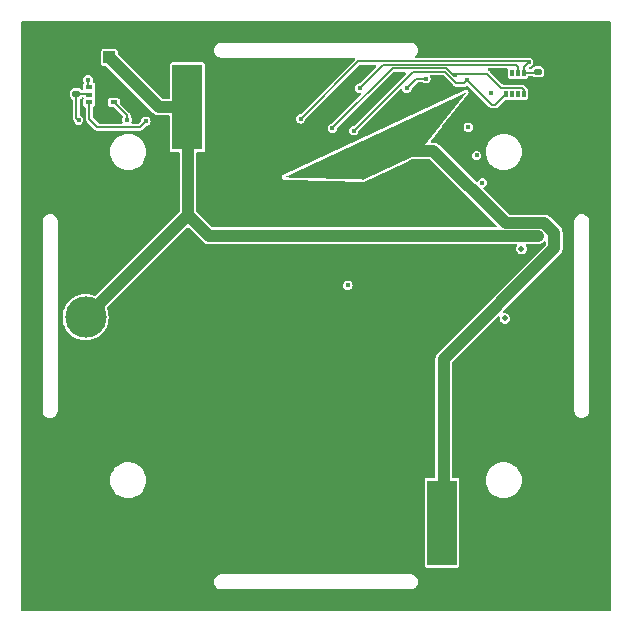
<source format=gtl>
G04 #@! TF.GenerationSoftware,KiCad,Pcbnew,7.0.2*
G04 #@! TF.CreationDate,2023-07-30T22:18:18-04:00*
G04 #@! TF.ProjectId,TopExternalFaceRev1,546f7045-7874-4657-926e-616c46616365,rev?*
G04 #@! TF.SameCoordinates,Original*
G04 #@! TF.FileFunction,Copper,L1,Top*
G04 #@! TF.FilePolarity,Positive*
%FSLAX46Y46*%
G04 Gerber Fmt 4.6, Leading zero omitted, Abs format (unit mm)*
G04 Created by KiCad (PCBNEW 7.0.2) date 2023-07-30 22:18:18*
%MOMM*%
%LPD*%
G01*
G04 APERTURE LIST*
G04 Aperture macros list*
%AMRoundRect*
0 Rectangle with rounded corners*
0 $1 Rounding radius*
0 $2 $3 $4 $5 $6 $7 $8 $9 X,Y pos of 4 corners*
0 Add a 4 corners polygon primitive as box body*
4,1,4,$2,$3,$4,$5,$6,$7,$8,$9,$2,$3,0*
0 Add four circle primitives for the rounded corners*
1,1,$1+$1,$2,$3*
1,1,$1+$1,$4,$5*
1,1,$1+$1,$6,$7*
1,1,$1+$1,$8,$9*
0 Add four rect primitives between the rounded corners*
20,1,$1+$1,$2,$3,$4,$5,0*
20,1,$1+$1,$4,$5,$6,$7,0*
20,1,$1+$1,$6,$7,$8,$9,0*
20,1,$1+$1,$8,$9,$2,$3,0*%
%AMOutline4P*
0 Free polygon, 4 corners , with rotation*
0 The origin of the aperture is its center*
0 number of corners: always 4*
0 $1 to $8 corner X, Y*
0 $9 Rotation angle, in degrees counterclockwise*
0 create outline with 4 corners*
4,1,4,$1,$2,$3,$4,$5,$6,$7,$8,$1,$2,$9*%
G04 Aperture macros list end*
G04 #@! TA.AperFunction,SMDPad,CuDef*
%ADD10C,3.500000*%
G04 #@! TD*
G04 #@! TA.AperFunction,SMDPad,CuDef*
%ADD11R,1.000000X1.000000*%
G04 #@! TD*
G04 #@! TA.AperFunction,SMDPad,CuDef*
%ADD12RoundRect,0.140000X0.170000X-0.140000X0.170000X0.140000X-0.170000X0.140000X-0.170000X-0.140000X0*%
G04 #@! TD*
G04 #@! TA.AperFunction,SMDPad,CuDef*
%ADD13RoundRect,0.140000X-0.170000X0.140000X-0.170000X-0.140000X0.170000X-0.140000X0.170000X0.140000X0*%
G04 #@! TD*
G04 #@! TA.AperFunction,SMDPad,CuDef*
%ADD14R,0.300000X0.620000*%
G04 #@! TD*
G04 #@! TA.AperFunction,SMDPad,CuDef*
%ADD15Outline4P,-8.500000X-1.500000X8.500000X-1.500000X2.500000X1.500000X-2.500000X1.500000X25.000000*%
G04 #@! TD*
G04 #@! TA.AperFunction,SMDPad,CuDef*
%ADD16R,2.530000X7.220000*%
G04 #@! TD*
G04 #@! TA.AperFunction,SMDPad,CuDef*
%ADD17Outline4P,-8.500000X-1.500000X8.500000X-1.500000X2.500000X1.500000X-2.500000X1.500000X205.000000*%
G04 #@! TD*
G04 #@! TA.AperFunction,SMDPad,CuDef*
%ADD18R,0.600000X0.350000*%
G04 #@! TD*
G04 #@! TA.AperFunction,SMDPad,CuDef*
%ADD19R,1.100000X1.700000*%
G04 #@! TD*
G04 #@! TA.AperFunction,ViaPad*
%ADD20C,0.600000*%
G04 #@! TD*
G04 #@! TA.AperFunction,ViaPad*
%ADD21C,0.400000*%
G04 #@! TD*
G04 #@! TA.AperFunction,ViaPad*
%ADD22C,0.500000*%
G04 #@! TD*
G04 #@! TA.AperFunction,Conductor*
%ADD23C,1.000000*%
G04 #@! TD*
G04 #@! TA.AperFunction,Conductor*
%ADD24C,0.200000*%
G04 #@! TD*
G04 APERTURE END LIST*
D10*
X144500000Y-125100000D03*
X105500000Y-125100000D03*
D11*
X107500000Y-103100000D03*
D12*
X143800000Y-105280000D03*
X143800000Y-104320000D03*
D13*
X104700000Y-105220000D03*
X104700000Y-106180000D03*
D14*
X142600000Y-104380000D03*
X142100000Y-104380000D03*
X141600000Y-104380000D03*
X141100000Y-104380000D03*
X141100000Y-106200000D03*
X141600000Y-106200000D03*
X142100000Y-106200000D03*
X142600000Y-106200000D03*
D15*
X119150500Y-138792003D03*
D16*
X135675500Y-142484003D03*
D17*
X130649500Y-111007997D03*
D16*
X114124500Y-107315997D03*
D18*
X107900000Y-106900000D03*
X107900000Y-106250000D03*
X107900000Y-105600000D03*
X105800000Y-105600000D03*
X105800000Y-106250000D03*
X105800000Y-106900000D03*
D19*
X106850000Y-106250000D03*
D20*
X131200000Y-107700000D03*
X144500000Y-127600000D03*
X109200000Y-106500000D03*
X119600000Y-109500000D03*
X109600000Y-115400000D03*
X122600000Y-122400000D03*
X122600000Y-127800000D03*
X114200000Y-103000000D03*
X147000000Y-147000000D03*
X128000000Y-127800000D03*
X147000000Y-103000000D03*
X148900000Y-108900000D03*
X103000000Y-147000000D03*
X127200000Y-123000000D03*
X113500000Y-147000000D03*
X103000000Y-103000000D03*
X146000000Y-122200000D03*
X144300000Y-109200000D03*
X143800000Y-118200000D03*
D21*
X139800000Y-106089500D03*
D22*
X141000000Y-125200000D03*
D21*
X104900000Y-108400000D03*
X143000000Y-103500000D03*
X123700000Y-108300000D03*
X138600000Y-111400000D03*
X127700000Y-122400000D03*
X139100000Y-113700000D03*
X132700000Y-105700000D03*
X134300000Y-104900000D03*
X137800000Y-105000000D03*
X128200000Y-109300000D03*
X109000000Y-108400000D03*
X128700000Y-105700000D03*
X105700000Y-105000000D03*
X126400000Y-109100000D03*
X110600000Y-108500000D03*
X136775419Y-104624581D03*
X137900000Y-109000000D03*
D22*
X142400000Y-119300000D03*
D23*
X114157000Y-116443000D02*
X114157000Y-107348497D01*
X114157000Y-116443000D02*
X115914000Y-118200000D01*
X114124500Y-107315997D02*
X111715997Y-107315997D01*
X105500000Y-125100000D02*
X114157000Y-116443000D01*
X111715997Y-107315997D02*
X107500000Y-103100000D01*
X115914000Y-118200000D02*
X143800000Y-118200000D01*
X114157000Y-107348497D02*
X114124500Y-107315997D01*
D24*
X104900000Y-108400000D02*
X104700000Y-108200000D01*
X142600000Y-104380000D02*
X143740000Y-104380000D01*
X142931497Y-103431497D02*
X128568503Y-103431497D01*
X142600000Y-103900000D02*
X143000000Y-103500000D01*
X128568503Y-103431497D02*
X123700000Y-108300000D01*
X104700000Y-106180000D02*
X105730000Y-106180000D01*
X104700000Y-108200000D02*
X104700000Y-106180000D01*
X142600000Y-104380000D02*
X142600000Y-103900000D01*
X105730000Y-106180000D02*
X105800000Y-106250000D01*
X143000000Y-103500000D02*
X142931497Y-103431497D01*
X143740000Y-104380000D02*
X143800000Y-104320000D01*
X133500000Y-104900000D02*
X132700000Y-105700000D01*
X134300000Y-104900000D02*
X133500000Y-104900000D01*
X140200000Y-107100000D02*
X139900000Y-107100000D01*
X109000000Y-108400000D02*
X109000000Y-108000000D01*
X136900000Y-105300000D02*
X135900000Y-104300000D01*
X133200000Y-104300000D02*
X128200000Y-109300000D01*
X109000000Y-108000000D02*
X107900000Y-106900000D01*
X135900000Y-104300000D02*
X133200000Y-104300000D01*
X137500000Y-105300000D02*
X136900000Y-105300000D01*
X139900000Y-107100000D02*
X137800000Y-105000000D01*
X141100000Y-106200000D02*
X140200000Y-107100000D01*
X137800000Y-105000000D02*
X137500000Y-105300000D01*
X142100000Y-104380000D02*
X142100000Y-103870000D01*
X105700000Y-105000000D02*
X105700000Y-105500000D01*
X141950998Y-103720998D02*
X130679002Y-103720998D01*
X105700000Y-105500000D02*
X105800000Y-105600000D01*
X130679002Y-103720998D02*
X128700000Y-105700000D01*
X142100000Y-103870000D02*
X141950998Y-103720998D01*
X126400000Y-109100000D02*
X131489501Y-104010499D01*
X106500000Y-109000000D02*
X110100000Y-109000000D01*
X142440000Y-105700000D02*
X140700000Y-105700000D01*
X142600000Y-105860000D02*
X142440000Y-105700000D01*
X140700000Y-105700000D02*
X139500000Y-104500000D01*
X136633997Y-104624581D02*
X136775419Y-104624581D01*
X136900000Y-104500000D02*
X136775419Y-104624581D01*
X105800000Y-108300000D02*
X105800000Y-106900000D01*
X106500000Y-109000000D02*
X105800000Y-108300000D01*
X131489501Y-104010499D02*
X136019915Y-104010499D01*
X142600000Y-106200000D02*
X142600000Y-105860000D01*
X139500000Y-104500000D02*
X136900000Y-104500000D01*
X136019915Y-104010499D02*
X136633997Y-104624581D01*
X110100000Y-109000000D02*
X110600000Y-108500000D01*
D23*
X134948784Y-111007997D02*
X130649500Y-111007997D01*
X141051286Y-117110499D02*
X134948784Y-111007997D01*
D24*
X132750000Y-109000000D02*
X132650000Y-109100000D01*
D23*
X144351286Y-117110499D02*
X145189501Y-117948714D01*
D24*
X134000000Y-109000000D02*
X132750000Y-109000000D01*
D23*
X145189501Y-119251286D02*
X135821500Y-128619287D01*
X135821500Y-128619287D02*
X135821500Y-140300000D01*
X145189501Y-117948714D02*
X145189501Y-119251286D01*
X141051286Y-117110499D02*
X144351286Y-117110499D01*
G04 #@! TA.AperFunction,Conductor*
G36*
X149933691Y-100044407D02*
G01*
X149969655Y-100093907D01*
X149974500Y-100124500D01*
X149974500Y-149875500D01*
X149955593Y-149933691D01*
X149906093Y-149969655D01*
X149875500Y-149974500D01*
X100124500Y-149974500D01*
X100066309Y-149955593D01*
X100030345Y-149906093D01*
X100025500Y-149875500D01*
X100025500Y-147500000D01*
X116369905Y-147500000D01*
X116388214Y-147650788D01*
X116442079Y-147792820D01*
X116497703Y-147873405D01*
X116528368Y-147917830D01*
X116642066Y-148018557D01*
X116642068Y-148018558D01*
X116748656Y-148074500D01*
X116776566Y-148089148D01*
X116924051Y-148125500D01*
X133075949Y-148125500D01*
X133223434Y-148089148D01*
X133357934Y-148018557D01*
X133471632Y-147917830D01*
X133557921Y-147792819D01*
X133611785Y-147650791D01*
X133630094Y-147500000D01*
X133611785Y-147349209D01*
X133557921Y-147207181D01*
X133471632Y-147082170D01*
X133357934Y-146981443D01*
X133357932Y-146981442D01*
X133357931Y-146981441D01*
X133223435Y-146910852D01*
X133075949Y-146874500D01*
X133005072Y-146874500D01*
X125005072Y-146874500D01*
X117008285Y-146874500D01*
X117000000Y-146874500D01*
X116924051Y-146874500D01*
X116776564Y-146910852D01*
X116642068Y-146981441D01*
X116528367Y-147082171D01*
X116442079Y-147207179D01*
X116388214Y-147349211D01*
X116369905Y-147500000D01*
X100025500Y-147500000D01*
X100025500Y-138900000D01*
X107569783Y-138900000D01*
X107588623Y-139139379D01*
X107644677Y-139372863D01*
X107736567Y-139594704D01*
X107862028Y-139799439D01*
X107862029Y-139799441D01*
X107862031Y-139799443D01*
X108017972Y-139982027D01*
X108196381Y-140134402D01*
X108200561Y-140137972D01*
X108405296Y-140263433D01*
X108627137Y-140355323D01*
X108860621Y-140411377D01*
X109100000Y-140430217D01*
X109339379Y-140411377D01*
X109572863Y-140355323D01*
X109794704Y-140263433D01*
X109999439Y-140137972D01*
X110182027Y-139982027D01*
X110337972Y-139799439D01*
X110463433Y-139594704D01*
X110555323Y-139372863D01*
X110611377Y-139139379D01*
X110630217Y-138900000D01*
X110611377Y-138660621D01*
X110555323Y-138427137D01*
X110463433Y-138205296D01*
X110337972Y-138000561D01*
X110337968Y-138000556D01*
X110182027Y-137817972D01*
X109999443Y-137662031D01*
X109999441Y-137662029D01*
X109999439Y-137662028D01*
X109794704Y-137536567D01*
X109794702Y-137536566D01*
X109572864Y-137444677D01*
X109456120Y-137416649D01*
X109339379Y-137388623D01*
X109100000Y-137369783D01*
X109099999Y-137369783D01*
X108860621Y-137388623D01*
X108627135Y-137444677D01*
X108405297Y-137536566D01*
X108200556Y-137662031D01*
X108017972Y-137817972D01*
X107862031Y-138000556D01*
X107736566Y-138205297D01*
X107644677Y-138427135D01*
X107644677Y-138427137D01*
X107588623Y-138660621D01*
X107569783Y-138900000D01*
X100025500Y-138900000D01*
X100025500Y-125014616D01*
X101874499Y-125014616D01*
X101874500Y-125014621D01*
X101874500Y-133075949D01*
X101910852Y-133223435D01*
X101933708Y-133266983D01*
X101981443Y-133357934D01*
X102082170Y-133471632D01*
X102162756Y-133527256D01*
X102207179Y-133557920D01*
X102207180Y-133557920D01*
X102207181Y-133557921D01*
X102349209Y-133611785D01*
X102500000Y-133630094D01*
X102650791Y-133611785D01*
X102792819Y-133557921D01*
X102917830Y-133471632D01*
X103018557Y-133357934D01*
X103089148Y-133223434D01*
X103125500Y-133075949D01*
X103125500Y-133000000D01*
X103125500Y-132991715D01*
X103125500Y-125100000D01*
X103544518Y-125100000D01*
X103564422Y-125378299D01*
X103623728Y-125650919D01*
X103721230Y-125912337D01*
X103854943Y-126157212D01*
X103854944Y-126157213D01*
X104022145Y-126380568D01*
X104219432Y-126577855D01*
X104219435Y-126577857D01*
X104442787Y-126745056D01*
X104687662Y-126878769D01*
X104753016Y-126903144D01*
X104949077Y-126976271D01*
X105134826Y-127016678D01*
X105221700Y-127035577D01*
X105221702Y-127035577D01*
X105221706Y-127035578D01*
X105500000Y-127055482D01*
X105778294Y-127035578D01*
X106050923Y-126976271D01*
X106312337Y-126878769D01*
X106557213Y-126745056D01*
X106780568Y-126577855D01*
X106977855Y-126380568D01*
X107145056Y-126157213D01*
X107278769Y-125912337D01*
X107376271Y-125650923D01*
X107435578Y-125378294D01*
X107455482Y-125100000D01*
X107435578Y-124821706D01*
X107419870Y-124749500D01*
X107397426Y-124646324D01*
X107376271Y-124549077D01*
X107307582Y-124364918D01*
X107304963Y-124303790D01*
X107330335Y-124260320D01*
X109190655Y-122400000D01*
X127294507Y-122400000D01*
X127314353Y-122525302D01*
X127314353Y-122525303D01*
X127314354Y-122525304D01*
X127371950Y-122638342D01*
X127461658Y-122728050D01*
X127574696Y-122785646D01*
X127700000Y-122805492D01*
X127825304Y-122785646D01*
X127938342Y-122728050D01*
X128028050Y-122638342D01*
X128085646Y-122525304D01*
X128105492Y-122400000D01*
X128085646Y-122274696D01*
X128028050Y-122161658D01*
X127938342Y-122071950D01*
X127825304Y-122014354D01*
X127825303Y-122014353D01*
X127825302Y-122014353D01*
X127700000Y-121994507D01*
X127574697Y-122014353D01*
X127461659Y-122071949D01*
X127371949Y-122161659D01*
X127314353Y-122274697D01*
X127294507Y-122400000D01*
X109190655Y-122400000D01*
X114086999Y-117503657D01*
X114141512Y-117475883D01*
X114201944Y-117485454D01*
X114227003Y-117503660D01*
X115401597Y-118678254D01*
X115405695Y-118682609D01*
X115446069Y-118728182D01*
X115496191Y-118762779D01*
X115501007Y-118766323D01*
X115532393Y-118790912D01*
X115548943Y-118803878D01*
X115560252Y-118808967D01*
X115575855Y-118817767D01*
X115586070Y-118824818D01*
X115643018Y-118846415D01*
X115648530Y-118848698D01*
X115704068Y-118873694D01*
X115716272Y-118875930D01*
X115733532Y-118880742D01*
X115745128Y-118885140D01*
X115805605Y-118892483D01*
X115811470Y-118893375D01*
X115871394Y-118904357D01*
X115871394Y-118904356D01*
X115871395Y-118904357D01*
X115908059Y-118902139D01*
X115932167Y-118900680D01*
X115938144Y-118900500D01*
X141933292Y-118900500D01*
X141991483Y-118919407D01*
X142027447Y-118968907D01*
X142027447Y-119030093D01*
X142021645Y-119040356D01*
X142023030Y-119040989D01*
X141963302Y-119171772D01*
X141944866Y-119300000D01*
X141963302Y-119428227D01*
X142017116Y-119546062D01*
X142078013Y-119616341D01*
X142101951Y-119643967D01*
X142210931Y-119714004D01*
X142335228Y-119750500D01*
X142464772Y-119750500D01*
X142589069Y-119714004D01*
X142698049Y-119643967D01*
X142782882Y-119546063D01*
X142782881Y-119546063D01*
X142782883Y-119546062D01*
X142836697Y-119428227D01*
X142855133Y-119300000D01*
X142836697Y-119171772D01*
X142776970Y-119040989D01*
X142781208Y-119039053D01*
X142768077Y-119008043D01*
X142781893Y-118948438D01*
X142828104Y-118908337D01*
X142866708Y-118900500D01*
X143839385Y-118900500D01*
X143842372Y-118900500D01*
X143968872Y-118885140D01*
X144127930Y-118824818D01*
X144267929Y-118728183D01*
X144315899Y-118674034D01*
X144368638Y-118643017D01*
X144429538Y-118648922D01*
X144475336Y-118689496D01*
X144489001Y-118739685D01*
X144489001Y-118920120D01*
X144470094Y-118978311D01*
X144460005Y-118990124D01*
X135343243Y-128106885D01*
X135338890Y-128110982D01*
X135293318Y-128151357D01*
X135258723Y-128201474D01*
X135255182Y-128206286D01*
X135217621Y-128254231D01*
X135212529Y-128265544D01*
X135203730Y-128281144D01*
X135196682Y-128291354D01*
X135175093Y-128348280D01*
X135172806Y-128353802D01*
X135147805Y-128409354D01*
X135145567Y-128421566D01*
X135140758Y-128438818D01*
X135136360Y-128450416D01*
X135129021Y-128510849D01*
X135128122Y-128516756D01*
X135117141Y-128576682D01*
X135120819Y-128637463D01*
X135121000Y-128643441D01*
X135121000Y-138574503D01*
X135102093Y-138632694D01*
X135052593Y-138668658D01*
X135022000Y-138673503D01*
X134390752Y-138673503D01*
X134361510Y-138679319D01*
X134332268Y-138685136D01*
X134265947Y-138729450D01*
X134221633Y-138795771D01*
X134209999Y-138854256D01*
X134209999Y-146113749D01*
X134221633Y-146172234D01*
X134265947Y-146238555D01*
X134310262Y-146268165D01*
X134332269Y-146282870D01*
X134390752Y-146294503D01*
X134390753Y-146294503D01*
X136960247Y-146294503D01*
X136960248Y-146294503D01*
X137018731Y-146282870D01*
X137085052Y-146238555D01*
X137129367Y-146172234D01*
X137141000Y-146113751D01*
X137141000Y-138900000D01*
X139369783Y-138900000D01*
X139388623Y-139139379D01*
X139444677Y-139372863D01*
X139536567Y-139594704D01*
X139662028Y-139799439D01*
X139662029Y-139799441D01*
X139662031Y-139799443D01*
X139817972Y-139982027D01*
X139996381Y-140134402D01*
X140000561Y-140137972D01*
X140205296Y-140263433D01*
X140427137Y-140355323D01*
X140660621Y-140411377D01*
X140900000Y-140430217D01*
X141139379Y-140411377D01*
X141372863Y-140355323D01*
X141594704Y-140263433D01*
X141799439Y-140137972D01*
X141982027Y-139982027D01*
X142137972Y-139799439D01*
X142263433Y-139594704D01*
X142355323Y-139372863D01*
X142411377Y-139139379D01*
X142430217Y-138900000D01*
X142411377Y-138660621D01*
X142355323Y-138427137D01*
X142263433Y-138205296D01*
X142137972Y-138000561D01*
X142137968Y-138000556D01*
X141982027Y-137817972D01*
X141799443Y-137662031D01*
X141799441Y-137662029D01*
X141799439Y-137662028D01*
X141594704Y-137536567D01*
X141594702Y-137536566D01*
X141372864Y-137444677D01*
X141256121Y-137416649D01*
X141139379Y-137388623D01*
X140900000Y-137369783D01*
X140899999Y-137369783D01*
X140660621Y-137388623D01*
X140427135Y-137444677D01*
X140205297Y-137536566D01*
X140000556Y-137662031D01*
X139817972Y-137817972D01*
X139662031Y-138000556D01*
X139536566Y-138205297D01*
X139444677Y-138427135D01*
X139444677Y-138427137D01*
X139388623Y-138660621D01*
X139369783Y-138900000D01*
X137141000Y-138900000D01*
X137141000Y-138854255D01*
X137129367Y-138795772D01*
X137114662Y-138773765D01*
X137085052Y-138729450D01*
X137018731Y-138685136D01*
X136960248Y-138673503D01*
X136960247Y-138673503D01*
X136621000Y-138673503D01*
X136562809Y-138654596D01*
X136526845Y-138605096D01*
X136522000Y-138574503D01*
X136522000Y-133075949D01*
X146874500Y-133075949D01*
X146910852Y-133223435D01*
X146933708Y-133266983D01*
X146981443Y-133357934D01*
X147082170Y-133471632D01*
X147162756Y-133527256D01*
X147207179Y-133557920D01*
X147207180Y-133557920D01*
X147207181Y-133557921D01*
X147349209Y-133611785D01*
X147500000Y-133630094D01*
X147650791Y-133611785D01*
X147792819Y-133557921D01*
X147917830Y-133471632D01*
X148018557Y-133357934D01*
X148089148Y-133223434D01*
X148125500Y-133075949D01*
X148125500Y-133000000D01*
X148125500Y-132991715D01*
X148125500Y-124994928D01*
X148125500Y-124994927D01*
X148125500Y-116994928D01*
X148125500Y-116924051D01*
X148089148Y-116776566D01*
X148018557Y-116642066D01*
X147917830Y-116528368D01*
X147866195Y-116492727D01*
X147792820Y-116442079D01*
X147650788Y-116388214D01*
X147500000Y-116369905D01*
X147349211Y-116388214D01*
X147207179Y-116442079D01*
X147082171Y-116528367D01*
X146981441Y-116642068D01*
X146910852Y-116776564D01*
X146874500Y-116924050D01*
X146874500Y-133075949D01*
X136522000Y-133075949D01*
X136522000Y-128950451D01*
X136540907Y-128892260D01*
X136550990Y-128880453D01*
X140387172Y-125044271D01*
X140441686Y-125016496D01*
X140502118Y-125026067D01*
X140545383Y-125069332D01*
X140555166Y-125128365D01*
X140544867Y-125200000D01*
X140563302Y-125328227D01*
X140617116Y-125446062D01*
X140701949Y-125543965D01*
X140701951Y-125543967D01*
X140810931Y-125614004D01*
X140935228Y-125650500D01*
X141064772Y-125650500D01*
X141189069Y-125614004D01*
X141298049Y-125543967D01*
X141382882Y-125446063D01*
X141382881Y-125446063D01*
X141382883Y-125446062D01*
X141436697Y-125328227D01*
X141455133Y-125200000D01*
X141436697Y-125071772D01*
X141382883Y-124953937D01*
X141298050Y-124856034D01*
X141298049Y-124856033D01*
X141243559Y-124821014D01*
X141189068Y-124785995D01*
X141064772Y-124749500D01*
X140935228Y-124749500D01*
X140920994Y-124749500D01*
X140920994Y-124744758D01*
X140886380Y-124743291D01*
X140838448Y-124705263D01*
X140822022Y-124646324D01*
X140843377Y-124588986D01*
X140850916Y-124580527D01*
X145667779Y-119763663D01*
X145672081Y-119759614D01*
X145717684Y-119719215D01*
X145752279Y-119669093D01*
X145755821Y-119664281D01*
X145793379Y-119616343D01*
X145798467Y-119605035D01*
X145807269Y-119589427D01*
X145814319Y-119579216D01*
X145835918Y-119522260D01*
X145838186Y-119516785D01*
X145863196Y-119461218D01*
X145865434Y-119449000D01*
X145870241Y-119431758D01*
X145874641Y-119420158D01*
X145881980Y-119359705D01*
X145882876Y-119353820D01*
X145893859Y-119293892D01*
X145890182Y-119233108D01*
X145890001Y-119227130D01*
X145890001Y-117972868D01*
X145890182Y-117966890D01*
X145893859Y-117906109D01*
X145893859Y-117906108D01*
X145882874Y-117846168D01*
X145881982Y-117840303D01*
X145874641Y-117779842D01*
X145870241Y-117768242D01*
X145865432Y-117750987D01*
X145863196Y-117738783D01*
X145863196Y-117738782D01*
X145838190Y-117683221D01*
X145835912Y-117677721D01*
X145814319Y-117620785D01*
X145814319Y-117620784D01*
X145807271Y-117610573D01*
X145798468Y-117594965D01*
X145793379Y-117583657D01*
X145755824Y-117535721D01*
X145752280Y-117530905D01*
X145717683Y-117480783D01*
X145672110Y-117440409D01*
X145667755Y-117436311D01*
X144863687Y-116632243D01*
X144859588Y-116627888D01*
X144851746Y-116619036D01*
X144819215Y-116582316D01*
X144769085Y-116547713D01*
X144764277Y-116544175D01*
X144716342Y-116506620D01*
X144705032Y-116501530D01*
X144689424Y-116492727D01*
X144679217Y-116485681D01*
X144661505Y-116478964D01*
X144622260Y-116464080D01*
X144616767Y-116461804D01*
X144561218Y-116436804D01*
X144549007Y-116434566D01*
X144531751Y-116429755D01*
X144520159Y-116425359D01*
X144459723Y-116418020D01*
X144453815Y-116417121D01*
X144393890Y-116406140D01*
X144333109Y-116409818D01*
X144327131Y-116409999D01*
X141382451Y-116409999D01*
X141324260Y-116391092D01*
X141312447Y-116381003D01*
X139182948Y-114251504D01*
X139155171Y-114196987D01*
X139164742Y-114136555D01*
X139208007Y-114093290D01*
X139214333Y-114091235D01*
X139225301Y-114085646D01*
X139225304Y-114085646D01*
X139338342Y-114028050D01*
X139428050Y-113938342D01*
X139485646Y-113825304D01*
X139505492Y-113700000D01*
X139485646Y-113574696D01*
X139428050Y-113461658D01*
X139338342Y-113371950D01*
X139225304Y-113314354D01*
X139225303Y-113314353D01*
X139225302Y-113314353D01*
X139100000Y-113294507D01*
X138974697Y-113314353D01*
X138861659Y-113371949D01*
X138771949Y-113461659D01*
X138707236Y-113588667D01*
X138703845Y-113586939D01*
X138688495Y-113617058D01*
X138633975Y-113644830D01*
X138573544Y-113635252D01*
X138548495Y-113617051D01*
X136331444Y-111400000D01*
X138194507Y-111400000D01*
X138214353Y-111525302D01*
X138214353Y-111525303D01*
X138214354Y-111525304D01*
X138271950Y-111638342D01*
X138361658Y-111728050D01*
X138474696Y-111785646D01*
X138600000Y-111805492D01*
X138725304Y-111785646D01*
X138838342Y-111728050D01*
X138928050Y-111638342D01*
X138985646Y-111525304D01*
X139005492Y-111400000D01*
X138985646Y-111274696D01*
X138928050Y-111161658D01*
X138866392Y-111100000D01*
X139369783Y-111100000D01*
X139373357Y-111145404D01*
X139388623Y-111339378D01*
X139444677Y-111572864D01*
X139504701Y-111717773D01*
X139536567Y-111794704D01*
X139662028Y-111999439D01*
X139662029Y-111999441D01*
X139662031Y-111999443D01*
X139817972Y-112182027D01*
X139996381Y-112334402D01*
X140000561Y-112337972D01*
X140205296Y-112463433D01*
X140427137Y-112555323D01*
X140660621Y-112611377D01*
X140900000Y-112630217D01*
X141139379Y-112611377D01*
X141372863Y-112555323D01*
X141594704Y-112463433D01*
X141799439Y-112337972D01*
X141982027Y-112182027D01*
X142137972Y-111999439D01*
X142263433Y-111794704D01*
X142355323Y-111572863D01*
X142411377Y-111339379D01*
X142430217Y-111100000D01*
X142411377Y-110860621D01*
X142355323Y-110627137D01*
X142263433Y-110405296D01*
X142137972Y-110200561D01*
X142137968Y-110200556D01*
X141982027Y-110017972D01*
X141799443Y-109862031D01*
X141799441Y-109862029D01*
X141799439Y-109862028D01*
X141594704Y-109736567D01*
X141519683Y-109705492D01*
X141372864Y-109644677D01*
X141256121Y-109616650D01*
X141139379Y-109588623D01*
X140900000Y-109569783D01*
X140899999Y-109569783D01*
X140660621Y-109588623D01*
X140427135Y-109644677D01*
X140205297Y-109736566D01*
X140000556Y-109862031D01*
X139817972Y-110017972D01*
X139662031Y-110200556D01*
X139536566Y-110405297D01*
X139444677Y-110627135D01*
X139444677Y-110627137D01*
X139388623Y-110860621D01*
X139369783Y-111100000D01*
X138866392Y-111100000D01*
X138838342Y-111071950D01*
X138725304Y-111014354D01*
X138725303Y-111014353D01*
X138725302Y-111014353D01*
X138600000Y-110994507D01*
X138474697Y-111014353D01*
X138361659Y-111071949D01*
X138271949Y-111161659D01*
X138214353Y-111274697D01*
X138194507Y-111400000D01*
X136331444Y-111400000D01*
X135461185Y-110529741D01*
X135457086Y-110525386D01*
X135416713Y-110479814D01*
X135366583Y-110445211D01*
X135361775Y-110441673D01*
X135313840Y-110404118D01*
X135302530Y-110399028D01*
X135286922Y-110390225D01*
X135276715Y-110383179D01*
X135259003Y-110376462D01*
X135219758Y-110361578D01*
X135214265Y-110359302D01*
X135158716Y-110334302D01*
X135146505Y-110332064D01*
X135129249Y-110327253D01*
X135117657Y-110322857D01*
X135057221Y-110315518D01*
X135051313Y-110314619D01*
X134991388Y-110303638D01*
X134930607Y-110307316D01*
X134924629Y-110307497D01*
X134806407Y-110307497D01*
X134748216Y-110288590D01*
X134712252Y-110239090D01*
X134712252Y-110177904D01*
X134728859Y-110146956D01*
X135639064Y-109000000D01*
X137494507Y-109000000D01*
X137514353Y-109125302D01*
X137514353Y-109125303D01*
X137514354Y-109125304D01*
X137571950Y-109238342D01*
X137661658Y-109328050D01*
X137774696Y-109385646D01*
X137900000Y-109405492D01*
X138025304Y-109385646D01*
X138138342Y-109328050D01*
X138228050Y-109238342D01*
X138285646Y-109125304D01*
X138305492Y-109000000D01*
X138285646Y-108874696D01*
X138228050Y-108761658D01*
X138138342Y-108671950D01*
X138025304Y-108614354D01*
X138025303Y-108614353D01*
X138025302Y-108614353D01*
X137900000Y-108594507D01*
X137774697Y-108614353D01*
X137661659Y-108671949D01*
X137571949Y-108761659D01*
X137514353Y-108874697D01*
X137494507Y-109000000D01*
X135639064Y-109000000D01*
X135715879Y-108903205D01*
X137889769Y-106163872D01*
X137913647Y-106119342D01*
X137922978Y-106040125D01*
X137901283Y-105963369D01*
X137851866Y-105900757D01*
X137851865Y-105900756D01*
X137782250Y-105861821D01*
X137703033Y-105852490D01*
X137654171Y-105865369D01*
X122207502Y-113068269D01*
X122166231Y-113097420D01*
X122122456Y-113164103D01*
X122107535Y-113242456D01*
X122107535Y-113242458D01*
X122123735Y-113320560D01*
X122168588Y-113386517D01*
X122235269Y-113430290D01*
X122284730Y-113440622D01*
X122777332Y-113454080D01*
X129045905Y-113625351D01*
X129059174Y-113624172D01*
X129071819Y-113619976D01*
X132547073Y-111999439D01*
X133151108Y-111717773D01*
X133192947Y-111708497D01*
X134617619Y-111708497D01*
X134675810Y-111727404D01*
X134687623Y-111737493D01*
X140280626Y-117330496D01*
X140308403Y-117385013D01*
X140298832Y-117445445D01*
X140255567Y-117488710D01*
X140210622Y-117499500D01*
X116245165Y-117499500D01*
X116186974Y-117480593D01*
X116175161Y-117470504D01*
X115567170Y-116862513D01*
X114886493Y-116181836D01*
X114858718Y-116127322D01*
X114857500Y-116111847D01*
X114857500Y-111225496D01*
X114876407Y-111167306D01*
X114925907Y-111131342D01*
X114956500Y-111126497D01*
X115409247Y-111126497D01*
X115409248Y-111126497D01*
X115467731Y-111114864D01*
X115534052Y-111070549D01*
X115578367Y-111004228D01*
X115590000Y-110945745D01*
X115590000Y-103686249D01*
X115578367Y-103627766D01*
X115563662Y-103605759D01*
X115534052Y-103561444D01*
X115467731Y-103517130D01*
X115467730Y-103517130D01*
X115409248Y-103505497D01*
X112839752Y-103505497D01*
X112810510Y-103511313D01*
X112781268Y-103517130D01*
X112714947Y-103561444D01*
X112670633Y-103627765D01*
X112659000Y-103686250D01*
X112659000Y-106516497D01*
X112640093Y-106574688D01*
X112590593Y-106610652D01*
X112560000Y-106615497D01*
X112047162Y-106615497D01*
X111988971Y-106596590D01*
X111977158Y-106586501D01*
X108229496Y-102838839D01*
X108201719Y-102784322D01*
X108200500Y-102768835D01*
X108200500Y-102580253D01*
X108198311Y-102569248D01*
X108188867Y-102521769D01*
X108174320Y-102499999D01*
X116369905Y-102499999D01*
X116388214Y-102650788D01*
X116442079Y-102792820D01*
X116473844Y-102838839D01*
X116528368Y-102917830D01*
X116642066Y-103018557D01*
X116642068Y-103018558D01*
X116748656Y-103074500D01*
X116776566Y-103089148D01*
X116924051Y-103125500D01*
X128210520Y-103125500D01*
X128268711Y-103144407D01*
X128304675Y-103193907D01*
X128304675Y-103255093D01*
X128280524Y-103294504D01*
X123699599Y-107875428D01*
X123645083Y-107903205D01*
X123574697Y-107914353D01*
X123461659Y-107971949D01*
X123371949Y-108061659D01*
X123314353Y-108174697D01*
X123294507Y-108300000D01*
X123314353Y-108425302D01*
X123314353Y-108425303D01*
X123314354Y-108425304D01*
X123371950Y-108538342D01*
X123461658Y-108628050D01*
X123574696Y-108685646D01*
X123700000Y-108705492D01*
X123825304Y-108685646D01*
X123938342Y-108628050D01*
X124028050Y-108538342D01*
X124085646Y-108425304D01*
X124096794Y-108354914D01*
X124124567Y-108300402D01*
X128663977Y-103760993D01*
X128718495Y-103733216D01*
X128733982Y-103731997D01*
X130004023Y-103731997D01*
X130062214Y-103750904D01*
X130098178Y-103800404D01*
X130098178Y-103861590D01*
X130074027Y-103901001D01*
X128699599Y-105275428D01*
X128645083Y-105303205D01*
X128574697Y-105314353D01*
X128461659Y-105371949D01*
X128371949Y-105461659D01*
X128314353Y-105574697D01*
X128294507Y-105700000D01*
X128314353Y-105825302D01*
X128314353Y-105825303D01*
X128314354Y-105825304D01*
X128371950Y-105938342D01*
X128461658Y-106028050D01*
X128574696Y-106085646D01*
X128700000Y-106105492D01*
X128719319Y-106102432D01*
X128779750Y-106112003D01*
X128823015Y-106155267D01*
X128832587Y-106215699D01*
X128804810Y-106270216D01*
X128804810Y-106270217D01*
X126399599Y-108675428D01*
X126345083Y-108703205D01*
X126274697Y-108714353D01*
X126161659Y-108771949D01*
X126071949Y-108861659D01*
X126014353Y-108974697D01*
X125994507Y-109100000D01*
X126014353Y-109225302D01*
X126014353Y-109225303D01*
X126014354Y-109225304D01*
X126071950Y-109338342D01*
X126161658Y-109428050D01*
X126274696Y-109485646D01*
X126400000Y-109505492D01*
X126525304Y-109485646D01*
X126638342Y-109428050D01*
X126728050Y-109338342D01*
X126785646Y-109225304D01*
X126796794Y-109154914D01*
X126824567Y-109100402D01*
X131584975Y-104339995D01*
X131639493Y-104312218D01*
X131654980Y-104310999D01*
X132525022Y-104310999D01*
X132583213Y-104329906D01*
X132619177Y-104379406D01*
X132619177Y-104440592D01*
X132595026Y-104480003D01*
X128199599Y-108875428D01*
X128145083Y-108903205D01*
X128074697Y-108914353D01*
X127961659Y-108971949D01*
X127871949Y-109061659D01*
X127814353Y-109174697D01*
X127794507Y-109300000D01*
X127814353Y-109425302D01*
X127814353Y-109425303D01*
X127814354Y-109425304D01*
X127871950Y-109538342D01*
X127961658Y-109628050D01*
X128074696Y-109685646D01*
X128200000Y-109705492D01*
X128325304Y-109685646D01*
X128438342Y-109628050D01*
X128528050Y-109538342D01*
X128585646Y-109425304D01*
X128596794Y-109354914D01*
X128624567Y-109300402D01*
X132147612Y-105777357D01*
X132202127Y-105749582D01*
X132262559Y-105759153D01*
X132305824Y-105802418D01*
X132311332Y-105819373D01*
X132314353Y-105825303D01*
X132314354Y-105825304D01*
X132371950Y-105938342D01*
X132461658Y-106028050D01*
X132574696Y-106085646D01*
X132700000Y-106105492D01*
X132825304Y-106085646D01*
X132938342Y-106028050D01*
X133028050Y-105938342D01*
X133085646Y-105825304D01*
X133096794Y-105754914D01*
X133124567Y-105700402D01*
X133239910Y-105585060D01*
X133595476Y-105229496D01*
X133649992Y-105201719D01*
X133665479Y-105200500D01*
X133993101Y-105200500D01*
X134051292Y-105219407D01*
X134061046Y-105227738D01*
X134061657Y-105228049D01*
X134061658Y-105228050D01*
X134174696Y-105285646D01*
X134300000Y-105305492D01*
X134425304Y-105285646D01*
X134538342Y-105228050D01*
X134628050Y-105138342D01*
X134685646Y-105025304D01*
X134705492Y-104900000D01*
X134685646Y-104774696D01*
X134670231Y-104744444D01*
X134660661Y-104684013D01*
X134688439Y-104629496D01*
X134742955Y-104601719D01*
X134758442Y-104600500D01*
X135734521Y-104600500D01*
X135792712Y-104619407D01*
X135804525Y-104629496D01*
X136641437Y-105466409D01*
X136650856Y-105479500D01*
X136690715Y-105515837D01*
X136694020Y-105518993D01*
X136707200Y-105532173D01*
X136707203Y-105532175D01*
X136707300Y-105532241D01*
X136718050Y-105540757D01*
X136739064Y-105559914D01*
X136739065Y-105559914D01*
X136739067Y-105559916D01*
X136748228Y-105563464D01*
X136768417Y-105574107D01*
X136776518Y-105579656D01*
X136776520Y-105579657D01*
X136804204Y-105586167D01*
X136817299Y-105590222D01*
X136843827Y-105600500D01*
X136853654Y-105600500D01*
X136876318Y-105603129D01*
X136885882Y-105605379D01*
X136914055Y-105601449D01*
X136927732Y-105600500D01*
X137434835Y-105600500D01*
X137450755Y-105603097D01*
X137457764Y-105602772D01*
X137457765Y-105602773D01*
X137504641Y-105600606D01*
X137509214Y-105600500D01*
X137527844Y-105600500D01*
X137527951Y-105600480D01*
X137541571Y-105598898D01*
X137569992Y-105597585D01*
X137578982Y-105593615D01*
X137600772Y-105586866D01*
X137610433Y-105585061D01*
X137634623Y-105570082D01*
X137646722Y-105563704D01*
X137672765Y-105552206D01*
X137679710Y-105545259D01*
X137697597Y-105531091D01*
X137705952Y-105525919D01*
X137721286Y-105505612D01*
X137771439Y-105470567D01*
X137832614Y-105471695D01*
X137870295Y-105495266D01*
X139641436Y-107266407D01*
X139650857Y-107279501D01*
X139690726Y-107315847D01*
X139694031Y-107319003D01*
X139707201Y-107332173D01*
X139707295Y-107332237D01*
X139718039Y-107340746D01*
X139739067Y-107359916D01*
X139748230Y-107363465D01*
X139768413Y-107374103D01*
X139776519Y-107379656D01*
X139804211Y-107386169D01*
X139817298Y-107390222D01*
X139843827Y-107400500D01*
X139853652Y-107400500D01*
X139876317Y-107403129D01*
X139885881Y-107405379D01*
X139914053Y-107401448D01*
X139927731Y-107400500D01*
X140134835Y-107400500D01*
X140150755Y-107403097D01*
X140157764Y-107402772D01*
X140157765Y-107402773D01*
X140204641Y-107400606D01*
X140209214Y-107400500D01*
X140227844Y-107400500D01*
X140227951Y-107400480D01*
X140241571Y-107398898D01*
X140269992Y-107397585D01*
X140278982Y-107393615D01*
X140300772Y-107386866D01*
X140310433Y-107385061D01*
X140334623Y-107370082D01*
X140346722Y-107363704D01*
X140372765Y-107352206D01*
X140379710Y-107345259D01*
X140397597Y-107331091D01*
X140405952Y-107325919D01*
X140423095Y-107303216D01*
X140432090Y-107292880D01*
X140985476Y-106739496D01*
X141039992Y-106711719D01*
X141055479Y-106710500D01*
X141269746Y-106710500D01*
X141269748Y-106710500D01*
X141328231Y-106698867D01*
X141328232Y-106698865D01*
X141330685Y-106698378D01*
X141369315Y-106698378D01*
X141371767Y-106698865D01*
X141371769Y-106698867D01*
X141430252Y-106710500D01*
X141430254Y-106710500D01*
X141769746Y-106710500D01*
X141769748Y-106710500D01*
X141828231Y-106698867D01*
X141828232Y-106698865D01*
X141830685Y-106698378D01*
X141869315Y-106698378D01*
X141871767Y-106698865D01*
X141871769Y-106698867D01*
X141930252Y-106710500D01*
X141930254Y-106710500D01*
X142269746Y-106710500D01*
X142269748Y-106710500D01*
X142328231Y-106698867D01*
X142328232Y-106698865D01*
X142330685Y-106698378D01*
X142369315Y-106698378D01*
X142371767Y-106698865D01*
X142371769Y-106698867D01*
X142430252Y-106710500D01*
X142430254Y-106710500D01*
X142769747Y-106710500D01*
X142769748Y-106710500D01*
X142828231Y-106698867D01*
X142894552Y-106654552D01*
X142938867Y-106588231D01*
X142950500Y-106529748D01*
X142950500Y-105870252D01*
X142938867Y-105811769D01*
X142915875Y-105777359D01*
X142893998Y-105744618D01*
X142859317Y-105703340D01*
X142852206Y-105687235D01*
X142852204Y-105687233D01*
X142852204Y-105687232D01*
X142845256Y-105680284D01*
X142831090Y-105662399D01*
X142825919Y-105654048D01*
X142803221Y-105636907D01*
X142792879Y-105627908D01*
X142698566Y-105533595D01*
X142689145Y-105520501D01*
X142649273Y-105484152D01*
X142645967Y-105480995D01*
X142632796Y-105467825D01*
X142632697Y-105467757D01*
X142621954Y-105459247D01*
X142600934Y-105440085D01*
X142600933Y-105440084D01*
X142591762Y-105436531D01*
X142571587Y-105425896D01*
X142563481Y-105420344D01*
X142535797Y-105413832D01*
X142522704Y-105409777D01*
X142496175Y-105399500D01*
X142496173Y-105399500D01*
X142486348Y-105399500D01*
X142463682Y-105396870D01*
X142454119Y-105394621D01*
X142454118Y-105394621D01*
X142425947Y-105398551D01*
X142412269Y-105399500D01*
X140865479Y-105399500D01*
X140807288Y-105380593D01*
X140795475Y-105370504D01*
X139758566Y-104333595D01*
X139749145Y-104320501D01*
X139709273Y-104284152D01*
X139705967Y-104280995D01*
X139692796Y-104267825D01*
X139692697Y-104267757D01*
X139681954Y-104259247D01*
X139660934Y-104240085D01*
X139660933Y-104240084D01*
X139651762Y-104236531D01*
X139631587Y-104225896D01*
X139623481Y-104220344D01*
X139608701Y-104216867D01*
X139556386Y-104185139D01*
X139532712Y-104128720D01*
X139546721Y-104069160D01*
X139593064Y-104029209D01*
X139631370Y-104021498D01*
X141150500Y-104021498D01*
X141208691Y-104040405D01*
X141244655Y-104089905D01*
X141249500Y-104120498D01*
X141249500Y-104709746D01*
X141261133Y-104768231D01*
X141305447Y-104834552D01*
X141349761Y-104864162D01*
X141371769Y-104878867D01*
X141430252Y-104890500D01*
X141430253Y-104890500D01*
X141769746Y-104890500D01*
X141769748Y-104890500D01*
X141828231Y-104878867D01*
X141828232Y-104878865D01*
X141830685Y-104878378D01*
X141869315Y-104878378D01*
X141871767Y-104878865D01*
X141871769Y-104878867D01*
X141930252Y-104890500D01*
X141930254Y-104890500D01*
X142269746Y-104890500D01*
X142269748Y-104890500D01*
X142328231Y-104878867D01*
X142328232Y-104878865D01*
X142330685Y-104878378D01*
X142369315Y-104878378D01*
X142371767Y-104878865D01*
X142371769Y-104878867D01*
X142430252Y-104890500D01*
X142430254Y-104890500D01*
X142769747Y-104890500D01*
X142769748Y-104890500D01*
X142828231Y-104878867D01*
X142894552Y-104834552D01*
X142938867Y-104768231D01*
X142940467Y-104760185D01*
X142970364Y-104706802D01*
X143025929Y-104681186D01*
X143037565Y-104680500D01*
X143327952Y-104680500D01*
X143386143Y-104699407D01*
X143397955Y-104709496D01*
X143431684Y-104743224D01*
X143540513Y-104793972D01*
X143590099Y-104800500D01*
X144009900Y-104800499D01*
X144059487Y-104793972D01*
X144168316Y-104743224D01*
X144253224Y-104658316D01*
X144303972Y-104549487D01*
X144310500Y-104499901D01*
X144310499Y-104140100D01*
X144303972Y-104090513D01*
X144253224Y-103981684D01*
X144168316Y-103896776D01*
X144168314Y-103896775D01*
X144168313Y-103896774D01*
X144059488Y-103846028D01*
X144013114Y-103839923D01*
X144009901Y-103839500D01*
X144006660Y-103839500D01*
X143593342Y-103839500D01*
X143593326Y-103839500D01*
X143590100Y-103839501D01*
X143586892Y-103839923D01*
X143586880Y-103839924D01*
X143540515Y-103846027D01*
X143449489Y-103888473D01*
X143388760Y-103895929D01*
X143339517Y-103868633D01*
X143361081Y-103910954D01*
X143353025Y-103968280D01*
X143327818Y-104022338D01*
X143286090Y-104067087D01*
X143238093Y-104079500D01*
X143157208Y-104079500D01*
X143099017Y-104060593D01*
X143063053Y-104011093D01*
X143063053Y-103949907D01*
X143099017Y-103900407D01*
X143112262Y-103892291D01*
X143125302Y-103885646D01*
X143125304Y-103885646D01*
X143218358Y-103838232D01*
X143278786Y-103828661D01*
X143329840Y-103854673D01*
X143309388Y-103810813D01*
X143321063Y-103750752D01*
X143323110Y-103748036D01*
X143328048Y-103738343D01*
X143328050Y-103738342D01*
X143385646Y-103625304D01*
X143405492Y-103500000D01*
X143385646Y-103374696D01*
X143328050Y-103261658D01*
X143238342Y-103171950D01*
X143125304Y-103114354D01*
X143125303Y-103114353D01*
X143125302Y-103114353D01*
X142999999Y-103094507D01*
X142874695Y-103114354D01*
X142863208Y-103120207D01*
X142818264Y-103130997D01*
X133492057Y-103130997D01*
X133433866Y-103112090D01*
X133397902Y-103062590D01*
X133397902Y-103001404D01*
X133426406Y-102957895D01*
X133471632Y-102917830D01*
X133557921Y-102792819D01*
X133611785Y-102650791D01*
X133630094Y-102500000D01*
X133611785Y-102349209D01*
X133557921Y-102207181D01*
X133471632Y-102082170D01*
X133357934Y-101981443D01*
X133357932Y-101981442D01*
X133357931Y-101981441D01*
X133223435Y-101910852D01*
X133075949Y-101874500D01*
X133005072Y-101874500D01*
X125005072Y-101874500D01*
X117008285Y-101874500D01*
X117000000Y-101874500D01*
X116924051Y-101874500D01*
X116776564Y-101910852D01*
X116642068Y-101981441D01*
X116528367Y-102082171D01*
X116442079Y-102207179D01*
X116388214Y-102349211D01*
X116369905Y-102499999D01*
X108174320Y-102499999D01*
X108174162Y-102499762D01*
X108144552Y-102455447D01*
X108078231Y-102411133D01*
X108078230Y-102411133D01*
X108019748Y-102399500D01*
X108019747Y-102399500D01*
X107572653Y-102399500D01*
X107554808Y-102397878D01*
X107552968Y-102397540D01*
X107542605Y-102395641D01*
X107481823Y-102399319D01*
X107475845Y-102399500D01*
X106980252Y-102399500D01*
X106951010Y-102405316D01*
X106921768Y-102411133D01*
X106855447Y-102455447D01*
X106811133Y-102521768D01*
X106799500Y-102580253D01*
X106799500Y-103075844D01*
X106799319Y-103081822D01*
X106795641Y-103142605D01*
X106797878Y-103154807D01*
X106799500Y-103172652D01*
X106799500Y-103619748D01*
X106801095Y-103627765D01*
X106811133Y-103678231D01*
X106855447Y-103744552D01*
X106880053Y-103760993D01*
X106921769Y-103788867D01*
X106980252Y-103800500D01*
X107168835Y-103800500D01*
X107227026Y-103819407D01*
X107238839Y-103829496D01*
X111203594Y-107794251D01*
X111207692Y-107798606D01*
X111248066Y-107844179D01*
X111298188Y-107878776D01*
X111303004Y-107882320D01*
X111323239Y-107898173D01*
X111350940Y-107919875D01*
X111362249Y-107924964D01*
X111377852Y-107933764D01*
X111388067Y-107940815D01*
X111445015Y-107962412D01*
X111450527Y-107964695D01*
X111506065Y-107989691D01*
X111518269Y-107991927D01*
X111535529Y-107996739D01*
X111547125Y-108001137D01*
X111607602Y-108008480D01*
X111613467Y-108009372D01*
X111673391Y-108020354D01*
X111673391Y-108020353D01*
X111673392Y-108020354D01*
X111710056Y-108018136D01*
X111734164Y-108016677D01*
X111740141Y-108016497D01*
X112560000Y-108016497D01*
X112618191Y-108035404D01*
X112654155Y-108084904D01*
X112659000Y-108115497D01*
X112659000Y-110945743D01*
X112670633Y-111004228D01*
X112714947Y-111070549D01*
X112759022Y-111099999D01*
X112781269Y-111114864D01*
X112839752Y-111126497D01*
X113357500Y-111126497D01*
X113415691Y-111145404D01*
X113451655Y-111194904D01*
X113456500Y-111225497D01*
X113456500Y-116111834D01*
X113437593Y-116170025D01*
X113427504Y-116181838D01*
X106339680Y-123269661D01*
X106285163Y-123297438D01*
X106235079Y-123292415D01*
X106139233Y-123256666D01*
X106050923Y-123223729D01*
X106050919Y-123223728D01*
X105778299Y-123164422D01*
X105500000Y-123144518D01*
X105221700Y-123164422D01*
X104949080Y-123223728D01*
X104687662Y-123321230D01*
X104442787Y-123454943D01*
X104219435Y-123622142D01*
X104022142Y-123819435D01*
X103854943Y-124042787D01*
X103721230Y-124287662D01*
X103623728Y-124549080D01*
X103564422Y-124821700D01*
X103544518Y-125100000D01*
X103125500Y-125100000D01*
X103125500Y-124994928D01*
X103125500Y-124994927D01*
X103125500Y-116994928D01*
X103125500Y-116953930D01*
X103125499Y-116953924D01*
X103125500Y-116924051D01*
X103089148Y-116776566D01*
X103018557Y-116642066D01*
X102917830Y-116528368D01*
X102866195Y-116492727D01*
X102792820Y-116442079D01*
X102650788Y-116388214D01*
X102499999Y-116369905D01*
X102349211Y-116388214D01*
X102207179Y-116442079D01*
X102082171Y-116528367D01*
X101981441Y-116642068D01*
X101910852Y-116776564D01*
X101874500Y-116924050D01*
X101874500Y-116994928D01*
X101874499Y-125014616D01*
X100025500Y-125014616D01*
X100025500Y-111100000D01*
X107569783Y-111100000D01*
X107588623Y-111339378D01*
X107644677Y-111572864D01*
X107704701Y-111717773D01*
X107736567Y-111794704D01*
X107862028Y-111999439D01*
X107862029Y-111999441D01*
X107862031Y-111999443D01*
X108017972Y-112182027D01*
X108196381Y-112334402D01*
X108200561Y-112337972D01*
X108405296Y-112463433D01*
X108627137Y-112555323D01*
X108860621Y-112611377D01*
X109100000Y-112630217D01*
X109339379Y-112611377D01*
X109572863Y-112555323D01*
X109794704Y-112463433D01*
X109999439Y-112337972D01*
X110182027Y-112182027D01*
X110337972Y-111999439D01*
X110463433Y-111794704D01*
X110555323Y-111572863D01*
X110611377Y-111339379D01*
X110630217Y-111100000D01*
X110611377Y-110860621D01*
X110555323Y-110627137D01*
X110463433Y-110405296D01*
X110337972Y-110200561D01*
X110337968Y-110200556D01*
X110182027Y-110017972D01*
X109999443Y-109862031D01*
X109999441Y-109862029D01*
X109999439Y-109862028D01*
X109794704Y-109736567D01*
X109719683Y-109705492D01*
X109572864Y-109644677D01*
X109456121Y-109616650D01*
X109339379Y-109588623D01*
X109100000Y-109569783D01*
X109099999Y-109569783D01*
X108860621Y-109588623D01*
X108627135Y-109644677D01*
X108405297Y-109736566D01*
X108200556Y-109862031D01*
X108017972Y-110017972D01*
X107862031Y-110200556D01*
X107736566Y-110405297D01*
X107644677Y-110627135D01*
X107588623Y-110860621D01*
X107569783Y-111100000D01*
X100025500Y-111100000D01*
X100025500Y-106356672D01*
X104189500Y-106356672D01*
X104189501Y-106359900D01*
X104189923Y-106363108D01*
X104189924Y-106363119D01*
X104196027Y-106409486D01*
X104239742Y-106503231D01*
X104246776Y-106518316D01*
X104331684Y-106603224D01*
X104331685Y-106603224D01*
X104331686Y-106603225D01*
X104342339Y-106608193D01*
X104387087Y-106649921D01*
X104399500Y-106697917D01*
X104399500Y-108134834D01*
X104396902Y-108150758D01*
X104399394Y-108204641D01*
X104399500Y-108209213D01*
X104399500Y-108227845D01*
X104399521Y-108227958D01*
X104401101Y-108241578D01*
X104402414Y-108269991D01*
X104406384Y-108278982D01*
X104413132Y-108300773D01*
X104414938Y-108310432D01*
X104429911Y-108334616D01*
X104436300Y-108346736D01*
X104447794Y-108372765D01*
X104447795Y-108372766D01*
X104454743Y-108379715D01*
X104468908Y-108397597D01*
X104474081Y-108405952D01*
X104483824Y-108421687D01*
X104482190Y-108422698D01*
X104501521Y-108450360D01*
X104504601Y-108463728D01*
X104514353Y-108525302D01*
X104514353Y-108525303D01*
X104514354Y-108525304D01*
X104571950Y-108638342D01*
X104661658Y-108728050D01*
X104774696Y-108785646D01*
X104837348Y-108795568D01*
X104899999Y-108805492D01*
X104899999Y-108805491D01*
X104900000Y-108805492D01*
X105025304Y-108785646D01*
X105138342Y-108728050D01*
X105228050Y-108638342D01*
X105285646Y-108525304D01*
X105305492Y-108400000D01*
X105285646Y-108274696D01*
X105228050Y-108161658D01*
X105138342Y-108071950D01*
X105054553Y-108029257D01*
X105011289Y-107985993D01*
X105000500Y-107941052D01*
X105000500Y-106697917D01*
X105019407Y-106639726D01*
X105057661Y-106608193D01*
X105063641Y-106605403D01*
X105068316Y-106603224D01*
X105153224Y-106518316D01*
X105153224Y-106518313D01*
X105162043Y-106509496D01*
X105216560Y-106481719D01*
X105232047Y-106480500D01*
X105237014Y-106480500D01*
X105295205Y-106499407D01*
X105331169Y-106548907D01*
X105331169Y-106610093D01*
X105319330Y-106634501D01*
X105311133Y-106646768D01*
X105299500Y-106705253D01*
X105299500Y-107094746D01*
X105311133Y-107153231D01*
X105355447Y-107219552D01*
X105428296Y-107268228D01*
X105473195Y-107293370D01*
X105498813Y-107348934D01*
X105499500Y-107360575D01*
X105499500Y-108234834D01*
X105496902Y-108250758D01*
X105499394Y-108304641D01*
X105499500Y-108309213D01*
X105499500Y-108327845D01*
X105499521Y-108327958D01*
X105501101Y-108341580D01*
X105502413Y-108369989D01*
X105506384Y-108378982D01*
X105513132Y-108400773D01*
X105514938Y-108410432D01*
X105529911Y-108434616D01*
X105536300Y-108446736D01*
X105547794Y-108472765D01*
X105547795Y-108472766D01*
X105554743Y-108479715D01*
X105568910Y-108497600D01*
X105574081Y-108505953D01*
X105596772Y-108523087D01*
X105607117Y-108532088D01*
X106241436Y-109166407D01*
X106250857Y-109179501D01*
X106290726Y-109215847D01*
X106294031Y-109219003D01*
X106307201Y-109232173D01*
X106307295Y-109232237D01*
X106318039Y-109240746D01*
X106339067Y-109259916D01*
X106348230Y-109263465D01*
X106368413Y-109274103D01*
X106376519Y-109279656D01*
X106404211Y-109286169D01*
X106417298Y-109290222D01*
X106443827Y-109300500D01*
X106453652Y-109300500D01*
X106476317Y-109303129D01*
X106485881Y-109305379D01*
X106514053Y-109301448D01*
X106527731Y-109300500D01*
X110034835Y-109300500D01*
X110050755Y-109303097D01*
X110057764Y-109302772D01*
X110057765Y-109302773D01*
X110104641Y-109300606D01*
X110109214Y-109300500D01*
X110127844Y-109300500D01*
X110127951Y-109300480D01*
X110141571Y-109298898D01*
X110169992Y-109297585D01*
X110178982Y-109293615D01*
X110200772Y-109286866D01*
X110210433Y-109285061D01*
X110234623Y-109270082D01*
X110246722Y-109263704D01*
X110272765Y-109252206D01*
X110279710Y-109245259D01*
X110297597Y-109231091D01*
X110305952Y-109225919D01*
X110323095Y-109203216D01*
X110332082Y-109192887D01*
X110600401Y-108924568D01*
X110654913Y-108896794D01*
X110725304Y-108885646D01*
X110838342Y-108828050D01*
X110928050Y-108738342D01*
X110985646Y-108625304D01*
X111005492Y-108500000D01*
X110985646Y-108374696D01*
X110928050Y-108261658D01*
X110838342Y-108171950D01*
X110725304Y-108114354D01*
X110725303Y-108114353D01*
X110725302Y-108114353D01*
X110600000Y-108094507D01*
X110474697Y-108114353D01*
X110361659Y-108171949D01*
X110271949Y-108261659D01*
X110214353Y-108374697D01*
X110203205Y-108445084D01*
X110175428Y-108499599D01*
X110004526Y-108670503D01*
X109950010Y-108698281D01*
X109934522Y-108699500D01*
X109458442Y-108699500D01*
X109400251Y-108680593D01*
X109364287Y-108631093D01*
X109364287Y-108569907D01*
X109370232Y-108555555D01*
X109385646Y-108525304D01*
X109405492Y-108400000D01*
X109385646Y-108274696D01*
X109328050Y-108161658D01*
X109320931Y-108147686D01*
X109321493Y-108147399D01*
X109301718Y-108108586D01*
X109300499Y-108093099D01*
X109300499Y-108065163D01*
X109303097Y-108049246D01*
X109300606Y-107995358D01*
X109300500Y-107990786D01*
X109300500Y-107972156D01*
X109300480Y-107972050D01*
X109298898Y-107958430D01*
X109297585Y-107930009D01*
X109293614Y-107921016D01*
X109286866Y-107899225D01*
X109285061Y-107889567D01*
X109280574Y-107882320D01*
X109270086Y-107865381D01*
X109263693Y-107853251D01*
X109252206Y-107827234D01*
X109245256Y-107820284D01*
X109231090Y-107802399D01*
X109225919Y-107794048D01*
X109203221Y-107776907D01*
X109192879Y-107767908D01*
X108429496Y-107004524D01*
X108401719Y-106950007D01*
X108400500Y-106934520D01*
X108400500Y-106705253D01*
X108399230Y-106698867D01*
X108388867Y-106646769D01*
X108374162Y-106624762D01*
X108344552Y-106580447D01*
X108278231Y-106536133D01*
X108246121Y-106529746D01*
X108219748Y-106524500D01*
X107580252Y-106524500D01*
X107560766Y-106528376D01*
X107521768Y-106536133D01*
X107455447Y-106580447D01*
X107411133Y-106646768D01*
X107399500Y-106705253D01*
X107399500Y-107094746D01*
X107411133Y-107153231D01*
X107455447Y-107219552D01*
X107499761Y-107249162D01*
X107521769Y-107263867D01*
X107580252Y-107275500D01*
X107809521Y-107275500D01*
X107867712Y-107294407D01*
X107879525Y-107304496D01*
X108642940Y-108067911D01*
X108670717Y-108122428D01*
X108661146Y-108182859D01*
X108614354Y-108274695D01*
X108594507Y-108400000D01*
X108614353Y-108525302D01*
X108629768Y-108555555D01*
X108639339Y-108615987D01*
X108611561Y-108670504D01*
X108557045Y-108698281D01*
X108541558Y-108699500D01*
X106665480Y-108699500D01*
X106607289Y-108680593D01*
X106595476Y-108670504D01*
X106129496Y-108204524D01*
X106101719Y-108150007D01*
X106100500Y-108134520D01*
X106100500Y-107360575D01*
X106119407Y-107302384D01*
X106168907Y-107266420D01*
X106177935Y-107264064D01*
X106178229Y-107263867D01*
X106178231Y-107263867D01*
X106244552Y-107219552D01*
X106288867Y-107153231D01*
X106300500Y-107094748D01*
X106300500Y-106705252D01*
X106288867Y-106646769D01*
X106277663Y-106630002D01*
X106261054Y-106571115D01*
X106277664Y-106519997D01*
X106278787Y-106518316D01*
X106288867Y-106503231D01*
X106300500Y-106444748D01*
X106300500Y-106055252D01*
X106288867Y-105996769D01*
X106277663Y-105980001D01*
X106261054Y-105921113D01*
X106277662Y-105869999D01*
X106288867Y-105853231D01*
X106300500Y-105794748D01*
X106300500Y-105405252D01*
X106288867Y-105346769D01*
X106256396Y-105298173D01*
X106244552Y-105280447D01*
X106178231Y-105236133D01*
X106178230Y-105236133D01*
X106164811Y-105233463D01*
X106111429Y-105203567D01*
X106085813Y-105148002D01*
X106086345Y-105120885D01*
X106105492Y-105000000D01*
X106085646Y-104874696D01*
X106028050Y-104761658D01*
X105938342Y-104671950D01*
X105825304Y-104614354D01*
X105825303Y-104614353D01*
X105825302Y-104614353D01*
X105700000Y-104594507D01*
X105574697Y-104614353D01*
X105461659Y-104671949D01*
X105371949Y-104761659D01*
X105314353Y-104874697D01*
X105294507Y-105000000D01*
X105314353Y-105125302D01*
X105350640Y-105196518D01*
X105360211Y-105256950D01*
X105344745Y-105296465D01*
X105311133Y-105346768D01*
X105299500Y-105405253D01*
X105299500Y-105748953D01*
X105280593Y-105807144D01*
X105231093Y-105843108D01*
X105169907Y-105843108D01*
X105130498Y-105818958D01*
X105068316Y-105756776D01*
X105068314Y-105756775D01*
X105068313Y-105756774D01*
X104959488Y-105706028D01*
X104913114Y-105699923D01*
X104909901Y-105699500D01*
X104906660Y-105699500D01*
X104493342Y-105699500D01*
X104493326Y-105699500D01*
X104490100Y-105699501D01*
X104486892Y-105699923D01*
X104486880Y-105699924D01*
X104440513Y-105706027D01*
X104331685Y-105756775D01*
X104246774Y-105841686D01*
X104196028Y-105950511D01*
X104189938Y-105996769D01*
X104189500Y-106000099D01*
X104189500Y-106003338D01*
X104189500Y-106003339D01*
X104189500Y-106356657D01*
X104189500Y-106356672D01*
X100025500Y-106356672D01*
X100025500Y-100124500D01*
X100044407Y-100066309D01*
X100093907Y-100030345D01*
X100124500Y-100025500D01*
X149875500Y-100025500D01*
X149933691Y-100044407D01*
G37*
G04 #@! TD.AperFunction*
M02*

</source>
